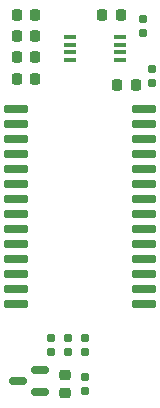
<source format=gbr>
%TF.GenerationSoftware,KiCad,Pcbnew,(6.0.8)*%
%TF.CreationDate,2022-10-29T15:55:06-04:00*%
%TF.ProjectId,HP3457A_NVSRAM_MOD,48503334-3537-4415-9f4e-565352414d5f,rev?*%
%TF.SameCoordinates,Original*%
%TF.FileFunction,Paste,Top*%
%TF.FilePolarity,Positive*%
%FSLAX46Y46*%
G04 Gerber Fmt 4.6, Leading zero omitted, Abs format (unit mm)*
G04 Created by KiCad (PCBNEW (6.0.8)) date 2022-10-29 15:55:06*
%MOMM*%
%LPD*%
G01*
G04 APERTURE LIST*
G04 Aperture macros list*
%AMRoundRect*
0 Rectangle with rounded corners*
0 $1 Rounding radius*
0 $2 $3 $4 $5 $6 $7 $8 $9 X,Y pos of 4 corners*
0 Add a 4 corners polygon primitive as box body*
4,1,4,$2,$3,$4,$5,$6,$7,$8,$9,$2,$3,0*
0 Add four circle primitives for the rounded corners*
1,1,$1+$1,$2,$3*
1,1,$1+$1,$4,$5*
1,1,$1+$1,$6,$7*
1,1,$1+$1,$8,$9*
0 Add four rect primitives between the rounded corners*
20,1,$1+$1,$2,$3,$4,$5,0*
20,1,$1+$1,$4,$5,$6,$7,0*
20,1,$1+$1,$6,$7,$8,$9,0*
20,1,$1+$1,$8,$9,$2,$3,0*%
G04 Aperture macros list end*
%ADD10RoundRect,0.150000X-0.887500X-0.150000X0.887500X-0.150000X0.887500X0.150000X-0.887500X0.150000X0*%
%ADD11R,1.100000X0.400000*%
%ADD12RoundRect,0.160000X-0.160000X0.197500X-0.160000X-0.197500X0.160000X-0.197500X0.160000X0.197500X0*%
%ADD13RoundRect,0.160000X0.160000X-0.197500X0.160000X0.197500X-0.160000X0.197500X-0.160000X-0.197500X0*%
%ADD14RoundRect,0.225000X0.225000X0.250000X-0.225000X0.250000X-0.225000X-0.250000X0.225000X-0.250000X0*%
%ADD15RoundRect,0.150000X0.587500X0.150000X-0.587500X0.150000X-0.587500X-0.150000X0.587500X-0.150000X0*%
%ADD16RoundRect,0.225000X-0.225000X-0.250000X0.225000X-0.250000X0.225000X0.250000X-0.225000X0.250000X0*%
%ADD17RoundRect,0.225000X0.250000X-0.225000X0.250000X0.225000X-0.250000X0.225000X-0.250000X-0.225000X0*%
G04 APERTURE END LIST*
D10*
%TO.C,U3*%
X113967500Y-67437000D03*
X113967500Y-68707000D03*
X113967500Y-69977000D03*
X113967500Y-71247000D03*
X113967500Y-72517000D03*
X113967500Y-73787000D03*
X113967500Y-75057000D03*
X113967500Y-76327000D03*
X113967500Y-77597000D03*
X113967500Y-78867000D03*
X113967500Y-80137000D03*
X113967500Y-81407000D03*
X113967500Y-82677000D03*
X113967500Y-83947000D03*
X124792500Y-83947000D03*
X124792500Y-82677000D03*
X124792500Y-81407000D03*
X124792500Y-80137000D03*
X124792500Y-78867000D03*
X124792500Y-77597000D03*
X124792500Y-76327000D03*
X124792500Y-75057000D03*
X124792500Y-73787000D03*
X124792500Y-72517000D03*
X124792500Y-71247000D03*
X124792500Y-69977000D03*
X124792500Y-68707000D03*
X124792500Y-67437000D03*
%TD*%
D11*
%TO.C,U2*%
X118500000Y-61313022D03*
X118500000Y-61963022D03*
X118500000Y-62613022D03*
X118500000Y-63263022D03*
X122800000Y-63263022D03*
X122800000Y-62613022D03*
X122800000Y-61963022D03*
X122800000Y-61313022D03*
%TD*%
D12*
%TO.C,R1*%
X124714000Y-59752900D03*
X124714000Y-60947900D03*
%TD*%
D13*
%TO.C,R2*%
X119808866Y-91275500D03*
X119808866Y-90080500D03*
%TD*%
D14*
%TO.C,C1*%
X122822000Y-59494022D03*
X121272000Y-59494022D03*
%TD*%
D13*
%TO.C,R3*%
X119808866Y-87973500D03*
X119808866Y-86778500D03*
%TD*%
D15*
%TO.C,U1*%
X115999500Y-91374000D03*
X115999500Y-89474000D03*
X114124500Y-90424000D03*
%TD*%
D13*
%TO.C,R4*%
X118364000Y-87973500D03*
X118364000Y-86778500D03*
%TD*%
D16*
%TO.C,C6*%
X114033000Y-62992000D03*
X115583000Y-62992000D03*
%TD*%
%TO.C,C2*%
X114033000Y-64897000D03*
X115583000Y-64897000D03*
%TD*%
%TO.C,C5*%
X114033000Y-61214000D03*
X115583000Y-61214000D03*
%TD*%
D14*
%TO.C,C3*%
X124092000Y-65405000D03*
X122542000Y-65405000D03*
%TD*%
D16*
%TO.C,C7*%
X114033000Y-59436000D03*
X115583000Y-59436000D03*
%TD*%
D13*
%TO.C,R6*%
X116967000Y-87973500D03*
X116967000Y-86778500D03*
%TD*%
D17*
%TO.C,C4*%
X118110000Y-91453000D03*
X118110000Y-89903000D03*
%TD*%
D12*
%TO.C,R5*%
X125476000Y-64045500D03*
X125476000Y-65240500D03*
%TD*%
M02*

</source>
